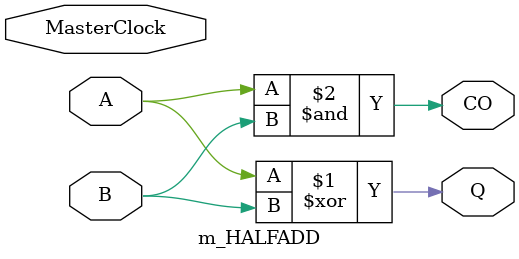
<source format=sv>
module m_HALFADD                                                                //[MACROS.NET:00062] MODULE HALFADD;
(                                                                               //[MACROS.NET:00062] MODULE HALFADD;

    input    MasterClock,
    input    A,                                                                 //[MACROS.NET:00064] INPUTS	A,B;
    input    B,                                                                 //[MACROS.NET:00064] INPUTS	A,B;
    output    Q,                                                                //[MACROS.NET:00065] OUTPUTS	Q,CO;
    output    CO                                                                //[MACROS.NET:00065] OUTPUTS	Q,CO;
);                                                                              //[MACROS.NET:00062] MODULE HALFADD;
                                                                                //[MACROS.NET:00066] LEVEL FUNCTION;

assign Q = A ^ B;                                                               //[MACROS.NET:00069] Q_(Q) = EOA(A,B);
assign CO = A & B;                                                              //[MACROS.NET:00070] CO_(CO) = AND2A(A,B);

endmodule                                                                       //[MACROS.NET:00072] END MODULE;

</source>
